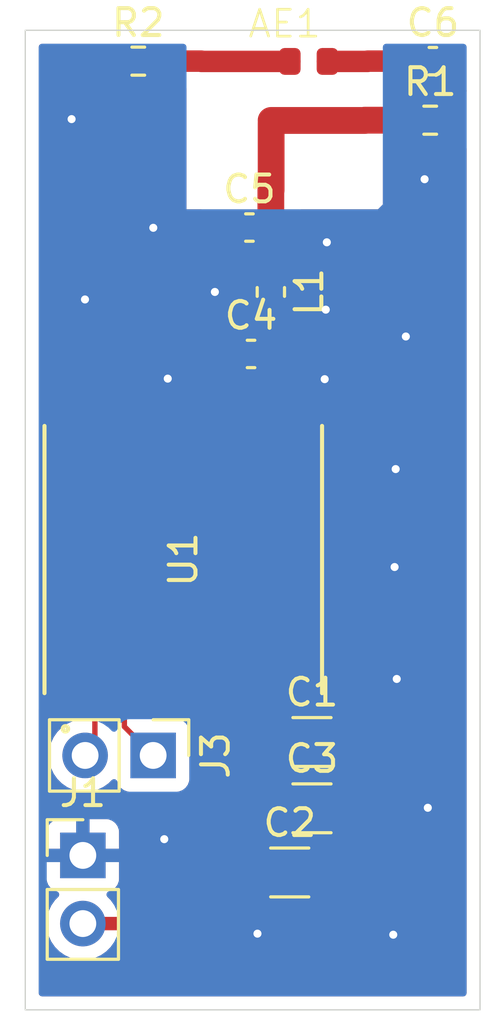
<source format=kicad_pcb>
(kicad_pcb (version 20240108) (generator "pcbnew") (generator_version "8.0")
  (layers (0 "F.Cu" signal) (31 "B.Cu" signal) (34 "B.Paste" user) (35 "F.Paste" user) (36 "B.SilkS" user "B.Silkscreen") (37 "F.SilkS" user "F.Silkscreen") (38 "B.Mask" user) (39 "F.Mask" user) (44 "Edge.Cuts" user))
  (net 0 "")
  (net 1 "Net-(AE1-A)")
  (net 2 "GND")
  (net 3 "+3.3V")
  (net 4 "GPS_UART_RX")
  (net 5 "GPS_UART_TX")
  (net 15 "Net-(U1-RF_IN)")
  (net 16 "Net-(C5-Pad2)")
  (footprint "Capacitor_SMD:C_0603_1608Metric" (layer "F.Cu") (at 163.93 63.24)
    (property "Reference" "C4" (at 0 -1.43 0) (layer "F.SilkS"))
    (property "Value" "DNP")
    (fp_line (start -0.14058 -0.51) (end 0.14058 -0.51) (stroke (width 0.12)) (layer "F.SilkS"))
    (fp_line (start -0.14058 0.51) (end 0.14058 0.51) (stroke (width 0.12)) (layer "F.SilkS"))
    (pad "1" smd roundrect (at -0.775 0) (size 0.9 0.95) (layers "F.Cu" "F.Paste" "F.Mask") (net 2 "GND"))
    (pad "2" smd roundrect (at 0.775 0) (size 0.9 0.95) (layers "F.Cu" "F.Paste" "F.Mask") (net 15 "Net-(U1-RF_IN)"))
  )
  (footprint "Resistor_SMD:R_0603_1608Metric" (layer "F.Cu") (at 170.62 54.53)
    (property "Reference" "R1" (at 0 -1.43 0) (layer "F.SilkS"))
    (property "Value" "0")
    (fp_line (start -0.237258 -0.5225) (end 0.237258 -0.5225) (stroke (width 0.12)) (layer "F.SilkS"))
    (fp_line (start -0.237258 0.5225) (end 0.237258 0.5225) (stroke (width 0.12)) (layer "F.SilkS"))
    (pad "1" smd roundrect (at -0.825 0) (size 0.8 0.95) (layers "F.Cu" "F.Paste" "F.Mask") (net 16 "Net-(C5-Pad2)"))
    (pad "2" smd roundrect (at 0.825 0) (size 0.8 0.95) (layers "F.Cu" "F.Paste" "F.Mask") (net 2 "GND"))
  )
  (footprint "Resistor_SMD:R_0603_1608Metric" (layer "F.Cu") (at 159.72 52.33)
    (property "Reference" "R2" (at 0 -1.43 0) (layer "F.SilkS"))
    (property "Value" "0")
    (fp_line (start -0.237258 -0.5225) (end 0.237258 -0.5225) (stroke (width 0.12)) (layer "F.SilkS"))
    (fp_line (start -0.237258 0.5225) (end 0.237258 0.5225) (stroke (width 0.12)) (layer "F.SilkS"))
    (pad "1" smd roundrect (at -0.825 0) (size 0.8 0.95) (layers "F.Cu" "F.Paste" "F.Mask") (net 2 "GND"))
    (pad "2" smd roundrect (at 0.825 0) (size 0.8 0.95) (layers "F.Cu" "F.Paste" "F.Mask") (net 1 "Net-(AE1-A)"))
  )
  (footprint "Capacitor_SMD:C_0603_1608Metric" (layer "F.Cu") (at 170.72 52.33)
    (property "Reference" "C6" (at 0 -1.43 0) (layer "F.SilkS"))
    (property "Value" "10p")
    (fp_line (start -0.14058 -0.51) (end 0.14058 -0.51) (stroke (width 0.12)) (layer "F.SilkS"))
    (fp_line (start -0.14058 0.51) (end 0.14058 0.51) (stroke (width 0.12)) (layer "F.SilkS"))
    (pad "1" smd roundrect (at -0.775 0) (size 0.9 0.95) (layers "F.Cu" "F.Paste" "F.Mask") (net 1 "Net-(AE1-A)"))
    (pad "2" smd roundrect (at 0.775 0) (size 0.9 0.95) (layers "F.Cu" "F.Paste" "F.Mask") (net 2 "GND"))
  )
  (footprint "Capacitor_SMD:C_0603_1608Metric" (layer "F.Cu") (at 163.87 58.53)
    (property "Reference" "C5" (at 0 -1.43 0) (layer "F.SilkS"))
    (property "Value" "DNP")
    (fp_line (start -0.14058 -0.51) (end 0.14058 -0.51) (stroke (width 0.12)) (layer "F.SilkS"))
    (fp_line (start -0.14058 0.51) (end 0.14058 0.51) (stroke (width 0.12)) (layer "F.SilkS"))
    (pad "1" smd roundrect (at -0.775 0) (size 0.9 0.95) (layers "F.Cu" "F.Paste" "F.Mask") (net 2 "GND"))
    (pad "2" smd roundrect (at 0.775 0) (size 0.9 0.95) (layers "F.Cu" "F.Paste" "F.Mask") (net 16 "Net-(C5-Pad2)"))
  )
  (footprint "Capacitor_SMD:C_1206_3216Metric" (layer "F.Cu") (at 166.205 77.7)
    (property "Reference" "C1" (at 0 -1.85 0) (layer "F.SilkS"))
    (property "Value" "10n")
    (fp_line (start -0.711252 -0.91) (end 0.711252 -0.91) (stroke (width 0.12)) (layer "F.SilkS"))
    (fp_line (start -0.711252 0.91) (end 0.711252 0.91) (stroke (width 0.12)) (layer "F.SilkS"))
    (pad "1" smd roundrect (at -1.475 0) (size 1.15 1.8) (layers "F.Cu" "F.Paste" "F.Mask") (roundrect_rratio 0.217391) (net 3 "+3.3V"))
    (pad "2" smd roundrect (at 1.475 0) (size 1.15 1.8) (layers "F.Cu" "F.Paste" "F.Mask") (roundrect_rratio 0.217391) (net 2 "GND"))
  )
  (footprint "Capacitor_SMD:C_1206_3216Metric" (layer "F.Cu") (at 165.375 82.56)
    (property "Reference" "C2" (at 0 -1.85 0) (layer "F.SilkS"))
    (property "Value" "100n")
    (fp_line (start -0.711252 -0.91) (end 0.711252 -0.91) (stroke (width 0.12)) (layer "F.SilkS"))
    (fp_line (start -0.711252 0.91) (end 0.711252 0.91) (stroke (width 0.12)) (layer "F.SilkS"))
    (pad "1" smd roundrect (at -1.475 0) (size 1.15 1.8) (layers "F.Cu" "F.Paste" "F.Mask") (roundrect_rratio 0.217391) (net 3 "+3.3V"))
    (pad "2" smd roundrect (at 1.475 0) (size 1.15 1.8) (layers "F.Cu" "F.Paste" "F.Mask") (roundrect_rratio 0.217391) (net 2 "GND"))
  )
  (footprint "Connector_PinHeader_2.54mm:PinHeader_1x02_P2.54mm_Vertical" (layer "F.Cu") (at 157.65 81.925)
    (property "Reference" "J1" (at 0 -2.33 0) (layer "F.SilkS"))
    (property "Value" "PWR")
    (fp_line (start -1.33 -1.33) (end 0 -1.33) (stroke (width 0.12)) (layer "F.SilkS"))
    (fp_line (start -1.33 0) (end -1.33 -1.33) (stroke (width 0.12)) (layer "F.SilkS"))
    (fp_line (start -1.33 1.27) (end -1.33 3.87) (stroke (width 0.12)) (layer "F.SilkS"))
    (fp_line (start -1.33 1.27) (end 1.33 1.27) (stroke (width 0.12)) (layer "F.SilkS"))
    (fp_line (start -1.33 3.87) (end 1.33 3.87) (stroke (width 0.12)) (layer "F.SilkS"))
    (fp_line (start 1.33 1.27) (end 1.33 3.87) (stroke (width 0.12)) (layer "F.SilkS"))
    (pad "1" thru_hole rect (at 0 0) (size 1.7 1.7) (drill 1) (layers "*.Cu" "*.Mask") (net 2 "GND"))
    (pad "2" thru_hole oval (at 0 2.54) (size 1.7 1.7) (drill 1) (layers "*.Cu" "*.Mask") (net 3 "+3.3V"))
  )
  (footprint "Connector_PinHeader_2.54mm:PinHeader_1x02_P2.54mm_Vertical" (layer "F.Cu") (at 160.275 78.2 -90)
    (property "Reference" "J3" (at 0 -2.33 90) (layer "F.SilkS"))
    (property "Value" "UART")
    (fp_line (start -1.33 3.87) (end 1.33 3.87) (stroke (width 0.12)) (layer "F.SilkS"))
    (fp_line (start -1.33 1.27) (end -1.33 3.87) (stroke (width 0.12)) (layer "F.SilkS"))
    (fp_line (start -1.33 1.27) (end 1.33 1.27) (stroke (width 0.12)) (layer "F.SilkS"))
    (fp_line (start 1.33 1.27) (end 1.33 3.87) (stroke (width 0.12)) (layer "F.SilkS"))
    (fp_line (start -1.33 0) (end -1.33 -1.33) (stroke (width 0.12)) (layer "F.SilkS"))
    (fp_line (start -1.33 -1.33) (end 0 -1.33) (stroke (width 0.12)) (layer "F.SilkS"))
    (pad "1" thru_hole rect (at 0 0 270) (size 1.7 1.7) (drill 1) (layers "*.Cu" "*.Mask") (net 5 "GPS_UART_TX"))
    (pad "2" thru_hole oval (at 0 2.54 270) (size 1.7 1.7) (drill 1) (layers "*.Cu" "*.Mask") (net 4 "GPS_UART_RX"))
  )
  (footprint "PicoAPRS-CustomFootprints:AC30157-01 GNSS Ceramic Chip" (layer "F.Cu") (at 165.18 54.64)
    (property "Reference" "AE1" (at 0 -3.7 0) (layer "F.SilkS") (effects (font (thickness 0.1))))
    (property "Value" "Antenna")
    (fp_line (start -0.5 -0.1) (end 3 -0.1) (stroke (width 1)) (layer "F.Cu"))
    (fp_line (start -0.5 2.5) (end -0.5 0) (stroke (width 1)) (layer "F.Cu"))
    (fp_line (start 0.2 -2.3) (end -3.1 -2.3) (stroke (width 0.8)) (layer "F.Cu"))
    (fp_line (start 1.6 -2.3) (end 3.1 -2.3) (stroke (width 0.8)) (layer "F.Cu"))
    (pad "1" smd roundrect (at 1.6 -2.3 180) (size 0.8 1) (layers "F.Cu" "F.Paste" "F.Mask") (net 1 "Net-(AE1-A)"))
    (pad "2" smd roundrect (at 0.2 -2.3 180) (size 0.8 1) (layers "F.Cu" "F.Paste" "F.Mask"))
  )
  (footprint "Inductor_SMD:L_0603_1608Metric" (layer "F.Cu") (at 164.67 60.93 -90)
    (property "Reference" "L1" (at 0 -1.43 90) (layer "F.SilkS"))
    (property "Value" "2.0n")
    (fp_line (start -0.162779 0.51) (end 0.162779 0.51) (stroke (width 0.12)) (layer "F.SilkS"))
    (fp_line (start -0.162779 -0.51) (end 0.162779 -0.51) (stroke (width 0.12)) (layer "F.SilkS"))
    (pad "1" smd roundrect (at -0.7875 0 270) (size 0.875 0.95) (layers "F.Cu" "F.Paste" "F.Mask") (net 16 "Net-(C5-Pad2)"))
    (pad "2" smd roundrect (at 0.7875 0 270) (size 0.875 0.95) (layers "F.Cu" "F.Paste" "F.Mask") (net 15 "Net-(U1-RF_IN)"))
  )
  (footprint "PicoAPRS Custom Parts:MOD18_MAX-M10M_UBL" (layer "F.Cu") (at 161.4 70.9008 90)
    (property "Reference" "U1" (at 0 0 90) (layer "F.SilkS"))
    (property "Value" "MAX-M10M-00B")
    (fp_line (start 4.9784 -5.1816) (end -4.9784 -5.1816) (stroke (width 0.1524)) (layer "F.SilkS"))
    (fp_line (start -4.9784 5.1816) (end 4.9784 5.1816) (stroke (width 0.1524)) (layer "F.SilkS"))
    (fp_circle (center -6.307 -4.4) (end -6.2054 -4.4) (stroke (width 0.1524)) (fill none) (layer "F.SilkS"))
    (pad "1" smd rect (at -4.4577 -4.399999 90) (size 1.397 0.8382) (layers "F.Cu" "F.Paste" "F.Mask") (net 2 "GND"))
    (pad "2" smd rect (at -4.4577 -3.300001 90) (size 1.397 0.8382) (layers "F.Cu" "F.Paste" "F.Mask") (net 4 "GPS_UART_RX"))
    (pad "3" smd rect (at -4.4577 -2.200001 90) (size 1.397 0.8382) (layers "F.Cu" "F.Paste" "F.Mask") (net 5 "GPS_UART_TX"))
    (pad "4" smd rect (at -4.4577 -1.1 90) (size 1.397 0.8382) (layers "F.Cu" "F.Paste" "F.Mask"))
    (pad "5" smd rect (at -4.4577 0 90) (size 1.397 0.8382) (layers "F.Cu" "F.Paste" "F.Mask"))
    (pad "6" smd rect (at -4.4577 1.1 90) (size 1.397 0.8382) (layers "F.Cu" "F.Paste" "F.Mask") (net 3 "+3.3V"))
    (pad "7" smd rect (at -4.4577 2.200001 90) (size 1.397 0.8382) (layers "F.Cu" "F.Paste" "F.Mask") (net 3 "+3.3V"))
    (pad "8" smd rect (at -4.4577 3.300001 90) (size 1.397 0.8382) (layers "F.Cu" "F.Paste" "F.Mask") (net 3 "+3.3V"))
    (pad "9" smd rect (at -4.4577 4.400001 90) (size 1.397 0.8382) (layers "F.Cu" "F.Paste" "F.Mask"))
    (pad "10" smd rect (at 4.4577 4.399999 90) (size 1.397 0.8382) (layers "F.Cu" "F.Paste" "F.Mask") (net 2 "GND"))
    (pad "11" smd rect (at 4.4577 3.300001 90) (size 1.397 0.8382) (layers "F.Cu" "F.Paste" "F.Mask") (net 15 "Net-(U1-RF_IN)"))
    (pad "12" smd rect (at 4.4577 2.200001 90) (size 1.397 0.8382) (layers "F.Cu" "F.Paste" "F.Mask") (net 2 "GND"))
    (pad "13" smd rect (at 4.4577 1.1 90) (size 1.397 0.8382) (layers "F.Cu" "F.Paste" "F.Mask"))
    (pad "14" smd rect (at 4.4577 0 90) (size 1.397 0.8382) (layers "F.Cu" "F.Paste" "F.Mask"))
    (pad "15" smd rect (at 4.4577 -1.1 90) (size 1.397 0.8382) (layers "F.Cu" "F.Paste" "F.Mask"))
    (pad "16" smd rect (at 4.4577 -2.200001 90) (size 1.397 0.8382) (layers "F.Cu" "F.Paste" "F.Mask"))
    (pad "17" smd rect (at 4.4577 -3.300001 90) (size 1.397 0.8382) (layers "F.Cu" "F.Paste" "F.Mask"))
    (pad "18" smd rect (at 4.4577 -4.400001 90) (size 1.397 0.8382) (layers "F.Cu" "F.Paste" "F.Mask"))
  )
  (footprint "Capacitor_SMD:C_1206_3216Metric" (layer "F.Cu") (at 166.205 80.17)
    (property "Reference" "C3" (at 0 -1.85 0) (layer "F.SilkS"))
    (property "Value" "100n")
    (fp_line (start -0.711252 -0.91) (end 0.711252 -0.91) (stroke (width 0.12)) (layer "F.SilkS"))
    (fp_line (start -0.711252 0.91) (end 0.711252 0.91) (stroke (width 0.12)) (layer "F.SilkS"))
    (pad "1" smd roundrect (at -1.475 0) (size 1.15 1.8) (layers "F.Cu" "F.Paste" "F.Mask") (roundrect_rratio 0.217391) (net 3 "+3.3V"))
    (pad "2" smd roundrect (at 1.475 0) (size 1.15 1.8) (layers "F.Cu" "F.Paste" "F.Mask") (roundrect_rratio 0.217391) (net 2 "GND"))
  )
  (gr_line (start 169.92 52.33) (end 168.28 52.33) (stroke (width 0.8)) (layer "F.Cu") (net 1))
  (gr_line (start 160.52 52.33) (end 162.08 52.33) (stroke (width 0.8)) (layer "F.Cu") (net 1))
  (gr_line (start 169.72 54.53) (end 168.18 54.53) (stroke (width 1)) (layer "F.Cu") (net 16))
  (gr_line (start 164.67 60.06) (end 164.67 57.14) (stroke (width 1)) (layer "F.Cu") (net 16))
  (gr_rect (start 155.5 51.18) (end 172.48 87.68) (stroke (width 0.05)) (fill none) (layer "Edge.Cuts"))
  (segment (start 160.29 58.53) (end 160.28 58.54) (width 0.2) (layer "F.Cu") (net 2))
  (segment (start 163.095 58.53) (end 160.29 58.53) (width 0.2) (layer "F.Cu") (net 2))
  (via (at 166.72 61.59) (size 1.5) (drill 0.3) (layers "F.Cu" "B.Cu") (net 2))
  (via (at 160.82 64.16) (size 1.5) (drill 0.3) (layers "F.Cu" "B.Cu") (net 2))
  (via (at 157.23 54.49) (size 1.5) (drill 0.3) (layers "F.Cu" "B.Cu") (net 2))
  (via (at 164.17 84.84) (size 1.5) (drill 0.3) (layers "F.Cu" "B.Cu") (net 2))
  (via (at 160.28 58.54) (size 1.5) (drill 0.3) (layers "F.Cu" "B.Cu") (net 2))
  (via (at 169.71 62.59) (size 1.5) (drill 0.3) (layers "F.Cu" "B.Cu") (net 2))
  (via (at 169.24 84.88) (size 1.5) (drill 0.3) (layers "F.Cu" "B.Cu") (net 2))
  (via (at 169.29 71.18) (size 1.5) (drill 0.3) (layers "F.Cu" "B.Cu") (net 2))
  (via (at 169.33 67.53) (size 1.5) (drill 0.3) (layers "F.Cu" "B.Cu") (net 2))
  (via (at 169.37 75.35) (size 1.5) (drill 0.3) (layers "F.Cu" "B.Cu") (net 2))
  (via (at 162.58 60.93) (size 1.5) (drill 0.3) (layers "F.Cu" "B.Cu") (net 2))
  (via (at 166.76 59.08) (size 1.5) (drill 0.3) (layers "F.Cu" "B.Cu") (net 2))
  (via (at 170.41 56.73) (size 1.5) (drill 0.3) (layers "F.Cu" "B.Cu") (net 2))
  (via (at 160.69 81.32) (size 1.5) (drill 0.3) (layers "F.Cu" "B.Cu") (net 2))
  (via (at 166.68 64.18) (size 1.5) (drill 0.3) (layers "F.Cu" "B.Cu") (net 2))
  (via (at 170.53 80.15) (size 1.5) (drill 0.3) (layers "F.Cu" "B.Cu") (net 2))
  (via (at 157.73 61.21) (size 1.5) (drill 0.3) (layers "F.Cu" "B.Cu") (net 2))
  (segment (start 163.600001 82.859999) (end 163.600001 79.85) (width 0.5) (layer "F.Cu") (net 3))
  (segment (start 157.65 84.465) (end 161.995 84.465) (width 0.5) (layer "F.Cu") (net 3))
  (segment (start 162.5 75.3585) (end 164.700001 75.3585) (width 0.5) (layer "F.Cu") (net 3))
  (segment (start 163.600001 78.63) (end 163.8 78.63) (width 0.5) (layer "F.Cu") (net 3))
  (segment (start 164.7 76.88) (end 164.700001 76.879999) (width 0.5) (layer "F.Cu") (net 3))
  (segment (start 164.700001 76.879999) (end 164.700001 75.3585) (width 0.5) (layer "F.Cu") (net 3))
  (segment (start 162.5 75.3585) (end 162.5 77.529999) (width 0.5) (layer "F.Cu") (net 3))
  (segment (start 163.960001 80.17) (end 164.73 80.17) (width 0.5) (layer "F.Cu") (net 3))
  (segment (start 163.600001 78.63) (end 163.600001 79.85) (width 0.5) (layer "F.Cu") (net 3))
  (segment (start 163.600001 79.85) (end 163.620001 79.83) (width 0.5) (layer "F.Cu") (net 3))
  (segment (start 163.620001 79.83) (end 163.960001 80.17) (width 0.5) (layer "F.Cu") (net 3))
  (segment (start 163.8 78.63) (end 164.73 77.7) (width 0.5) (layer "F.Cu") (net 3))
  (segment (start 162.5 77.529999) (end 163.600001 78.63) (width 0.5) (layer "F.Cu") (net 3))
  (segment (start 161.995 84.465) (end 163.600001 82.859999) (width 0.5) (layer "F.Cu") (net 3))
  (segment (start 158.099999 77.835001) (end 158.099999 75.3585) (width 0.2) (layer "F.Cu") (net 4))
  (segment (start 157.735 78.2) (end 158.099999 77.835001) (width 0.2) (layer "F.Cu") (net 4))
  (segment (start 160.275 78.2) (end 159.199999 77.124999) (width 0.2) (layer "F.Cu") (net 5))
  (segment (start 159.199999 77.124999) (end 159.199999 75.3585) (width 0.2) (layer "F.Cu") (net 5))
  (segment (start 164.705 61.7525) (end 164.67 61.7175) (width 0.2) (layer "F.Cu") (net 15))
  (segment (start 164.705 63.24) (end 164.705 66.438101) (width 0.8) (layer "F.Cu") (net 15))
  (segment (start 164.705 66.438101) (end 164.700001 66.4431) (width 0.2) (layer "F.Cu") (net 15))
  (segment (start 164.680001 63.264999) (end 164.705 63.24) (width 0.2) (layer "F.Cu") (net 15))
  (segment (start 164.705 63.24) (end 164.705 61.7525) (width 0.8) (layer "F.Cu") (net 15))
  (zone (net 0) (net_name "") (layer "F.Cu") (connect_pads (clearance 0)) (min_thickness 0.25)
    (keepout (tracks allowed) (vias allowed) (pads allowed) (copperpour not_allowed) (footprints allowed))
    (fill (thermal_gap 0.5) (thermal_bridge_width 0.5))
    (polygon (pts (xy 166.8 76.15) (xy 164.21 76.15) (xy 163.83 76.53) (xy 163.83 83.74) (xy 165.76 83.74) (xy 166.83 82.67) (xy 166.83 76.5) (xy 166.82 76.49) (xy 166.8 76.49)))
  )
  (zone (net 0) (net_name "") (layer "F.Cu") (connect_pads (clearance 0)) (min_thickness 0.25)
    (keepout (tracks allowed) (vias allowed) (pads allowed) (copperpour not_allowed) (footprints allowed))
    (fill (thermal_gap 0.5) (thermal_bridge_width 0.5))
    (polygon (pts (xy 155.93 67.44) (xy 166.8 67.44) (xy 166.81 67.45) (xy 166.81 74.32) (xy 155.97 74.32) (xy 155.93 74.28)))
  )
  (zone (net 0) (net_name "") (layer "F.Cu") (connect_pads (clearance 0)) (min_thickness 0.25)
    (keepout (tracks allowed) (vias allowed) (pads allowed) (copperpour not_allowed) (footprints allowed))
    (fill (thermal_gap 0.5) (thermal_bridge_width 0.5))
    (polygon (pts (xy 164.35 79.09) (xy 165.94 79.09) (xy 165.94 81.77) (xy 165.71 82) (xy 164.54 82) (xy 164.31 81.77) (xy 164.31 79.08) (xy 164.35 79.08)))
  )
  (zone (net 0) (net_name "") (layers "F&B.Cu") (name "Antenna Keepout") (connect_pads (clearance 0)) (min_thickness 0.25)
    (keepout (tracks allowed) (vias allowed) (pads allowed) (copperpour not_allowed) (footprints allowed))
    (fill (thermal_gap 0.5) (thermal_bridge_width 0.5))
    (polygon (pts (xy 161.52 57.85) (xy 168.67 57.85) (xy 168.85 57.67) (xy 168.85 51.53) (xy 168.8 51.48) (xy 161.71 51.48) (xy 161.52 51.67)))
  )
  (zone (net 2) (net_name "GND") (layers "F&B.Cu") (connect_pads (clearance 0.5)) (min_thickness 0.25) (fill yes (thermal_gap 0.5) (thermal_bridge_width 0.5))
    (polygon (pts (xy 155.45 51.26) (xy 172.61 51.26) (xy 172.61 87.97) (xy 172.36 88.22) (xy 155.12 88.22) (xy 155.12 51.5) (xy 155.41 51.21) (xy 155.41 51.22)))
  )
)
</source>
